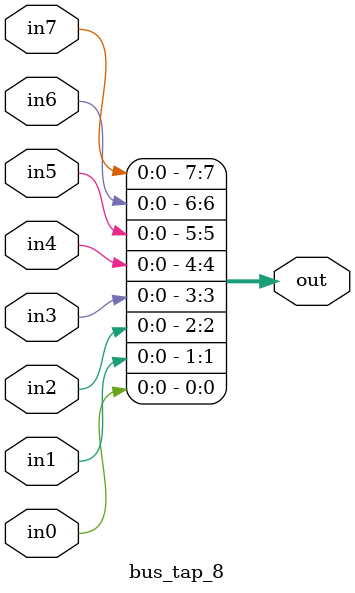
<source format=v>
`timescale 1ns / 1ps
module bus_tap_8(in0,in1,in2,in3,in4,in5,in6,in7,out);
input in0,in1,in2,in3,in4,in5,in6,in7;
output [7:0]out;

assign out[0]=in0;
assign out[1]=in1;
assign out[2]=in2;
assign out[3]=in3;
assign out[4]=in4;
assign out[5]=in5;
assign out[6]=in6;
assign out[7]=in7;

endmodule

</source>
